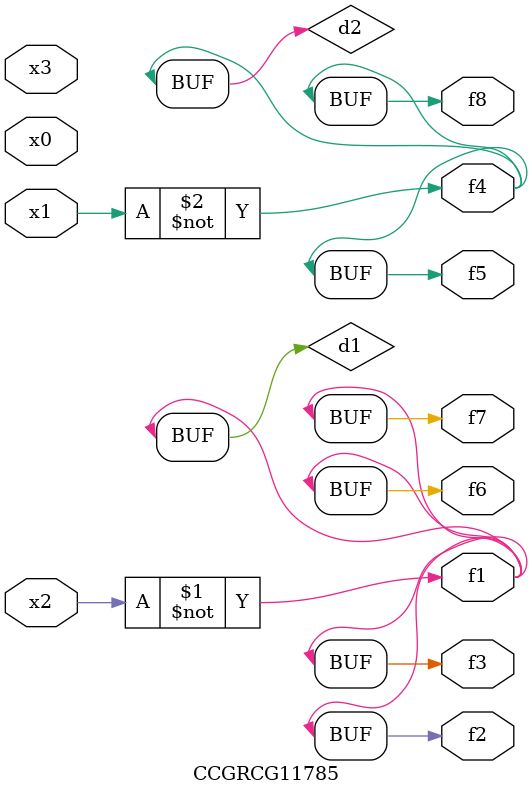
<source format=v>
module CCGRCG11785(
	input x0, x1, x2, x3,
	output f1, f2, f3, f4, f5, f6, f7, f8
);

	wire d1, d2;

	xnor (d1, x2);
	not (d2, x1);
	assign f1 = d1;
	assign f2 = d1;
	assign f3 = d1;
	assign f4 = d2;
	assign f5 = d2;
	assign f6 = d1;
	assign f7 = d1;
	assign f8 = d2;
endmodule

</source>
